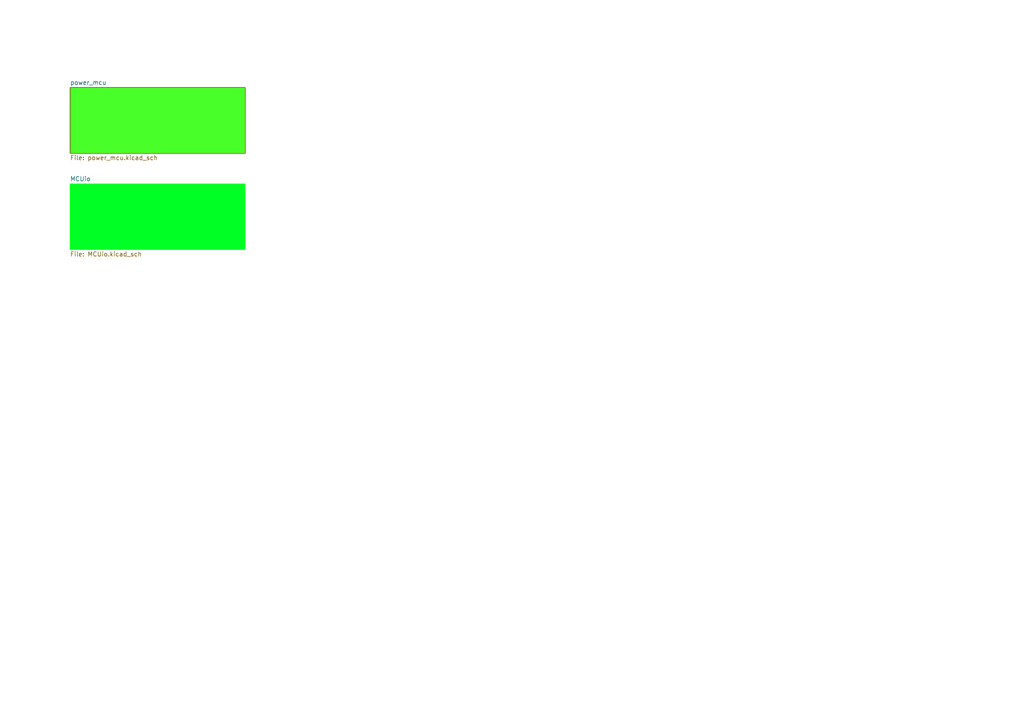
<source format=kicad_sch>
(kicad_sch
	(version 20231120)
	(generator "eeschema")
	(generator_version "8.0")
	(uuid "f72eaf65-4215-42fd-9338-745d03669a9a")
	(paper "A4")
	(lib_symbols)
	(sheet
		(at 20.32 25.4)
		(size 50.8 19.05)
		(fields_autoplaced yes)
		(stroke
			(width 0.1524)
			(type solid)
		)
		(fill
			(color 72 255 41 1.0000)
		)
		(uuid "1fb3af8f-a357-460a-8a71-80a084b05a46")
		(property "Sheetname" "power_mcu"
			(at 20.32 24.6884 0)
			(effects
				(font
					(size 1.27 1.27)
				)
				(justify left bottom)
			)
		)
		(property "Sheetfile" "power_mcu.kicad_sch"
			(at 20.32 45.0346 0)
			(effects
				(font
					(size 1.27 1.27)
				)
				(justify left top)
			)
		)
		(instances
			(project "SOM"
				(path "/ce18678d-dec4-443f-9673-80cd47a8a0e4/f56bd3ff-4d98-40e4-804d-2c46ad2b1bad"
					(page "3")
				)
			)
		)
	)
	(sheet
		(at 20.32 53.34)
		(size 50.8 19.05)
		(fields_autoplaced yes)
		(stroke
			(width 0.1524)
			(type solid)
			(color 10 255 0 1)
		)
		(fill
			(color 0 255 36 1.0000)
		)
		(uuid "93915a42-9eda-4449-8257-9ea28bcb5c67")
		(property "Sheetname" "MCUio"
			(at 20.32 52.6284 0)
			(effects
				(font
					(size 1.27 1.27)
				)
				(justify left bottom)
			)
		)
		(property "Sheetfile" "MCUio.kicad_sch"
			(at 20.32 72.9746 0)
			(effects
				(font
					(size 1.27 1.27)
				)
				(justify left top)
			)
		)
		(instances
			(project "SOM"
				(path "/ce18678d-dec4-443f-9673-80cd47a8a0e4/f56bd3ff-4d98-40e4-804d-2c46ad2b1bad"
					(page "4")
				)
			)
		)
	)
)

</source>
